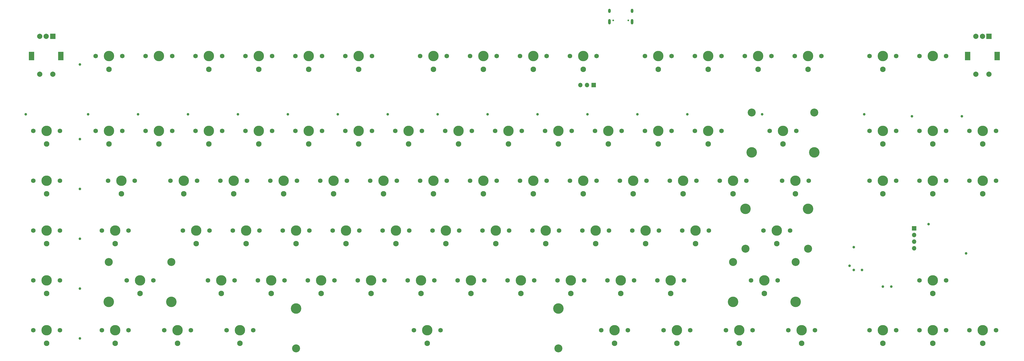
<source format=gts>
%TF.GenerationSoftware,KiCad,Pcbnew,(6.0.0)*%
%TF.CreationDate,2022-03-06T17:03:46-05:00*%
%TF.ProjectId,keyboard0,6b657962-6f61-4726-9430-2e6b69636164,rev?*%
%TF.SameCoordinates,Original*%
%TF.FileFunction,Soldermask,Top*%
%TF.FilePolarity,Negative*%
%FSLAX46Y46*%
G04 Gerber Fmt 4.6, Leading zero omitted, Abs format (unit mm)*
G04 Created by KiCad (PCBNEW (6.0.0)) date 2022-03-06 17:03:46*
%MOMM*%
%LPD*%
G01*
G04 APERTURE LIST*
%ADD10C,3.987800*%
%ADD11C,4.000000*%
%ADD12C,3.050000*%
%ADD13C,1.750000*%
%ADD14C,2.100000*%
%ADD15O,1.000000X1.600000*%
%ADD16C,0.650000*%
%ADD17O,1.000000X2.100000*%
%ADD18C,2.000000*%
%ADD19R,2.000000X3.200000*%
%ADD20R,2.000000X2.000000*%
%ADD21C,1.000000*%
%ADD22R,1.700000X1.700000*%
%ADD23O,1.700000X1.700000*%
G04 APERTURE END LIST*
D10*
%TO.C,MX83*%
X175407700Y-202393500D03*
D11*
X125407700Y-194153500D03*
D12*
X225407700Y-209393500D03*
D13*
X180487700Y-202393500D03*
D11*
X225407700Y-194153500D03*
D12*
X125407700Y-209393500D03*
D13*
X170327700Y-202393500D03*
%TD*%
D12*
%TO.C,MX64*%
X296811300Y-171295900D03*
D11*
X296811300Y-156055900D03*
D13*
X313829300Y-164295900D03*
D11*
X320687300Y-156055900D03*
D12*
X320687300Y-171295900D03*
D13*
X303669300Y-164295900D03*
D10*
X308749300Y-164295900D03*
%TD*%
%TO.C,MX52*%
X56352700Y-164295900D03*
D13*
X61432700Y-164295900D03*
X51272700Y-164295900D03*
%TD*%
D14*
%TO.C,LED85*%
X246840700Y-207468500D03*
%TD*%
D15*
%TO.C,USB1*%
X253541800Y-80304250D03*
D16*
X252111800Y-83954250D03*
D15*
X244901800Y-80304250D03*
D16*
X246331800Y-83954250D03*
D17*
X244901800Y-84484250D03*
X253541800Y-84484250D03*
%TD*%
D13*
%TO.C,MX63*%
X282875000Y-164295900D03*
D10*
X277795000Y-164295900D03*
D13*
X272715000Y-164295900D03*
%TD*%
%TO.C,MX14-1*%
X373356800Y-97625100D03*
D10*
X368276800Y-97625100D03*
D13*
X363196800Y-97625100D03*
%TD*%
%TO.C,MX1-1*%
X78100400Y-97625100D03*
D10*
X73020400Y-97625100D03*
D13*
X67940400Y-97625100D03*
%TD*%
%TO.C,MX51*%
X35240600Y-164295900D03*
D10*
X30160600Y-164295900D03*
D13*
X25080600Y-164295900D03*
%TD*%
D10*
%TO.C,MX77*%
X303977562Y-183343844D03*
D11*
X292049100Y-191584700D03*
X315925100Y-191584700D03*
D12*
X315925100Y-176344700D03*
D13*
X298897562Y-183343844D03*
X309057562Y-183343844D03*
D12*
X292049100Y-176344700D03*
%TD*%
D13*
%TO.C,MX2*%
X97149200Y-97625100D03*
D10*
X92069200Y-97625100D03*
D13*
X86989200Y-97625100D03*
%TD*%
%TO.C,MX15*%
X35240600Y-126198300D03*
D10*
X30160600Y-126198300D03*
D13*
X25080600Y-126198300D03*
%TD*%
%TO.C,MX33*%
X35240600Y-145247100D03*
D10*
X30160600Y-145247100D03*
D13*
X25080600Y-145247100D03*
%TD*%
%TO.C,MX65*%
X35240600Y-183344700D03*
D10*
X30160600Y-183344700D03*
D13*
X25080600Y-183344700D03*
%TD*%
%TO.C,MX1*%
X59051600Y-97625100D03*
D10*
X53971600Y-97625100D03*
D13*
X48891600Y-97625100D03*
%TD*%
%TO.C,MX16*%
X59051600Y-126198300D03*
D10*
X53971600Y-126198300D03*
D13*
X48891600Y-126198300D03*
%TD*%
D10*
%TO.C,MX34*%
X58733800Y-145247100D03*
D13*
X63813800Y-145247100D03*
X53653800Y-145247100D03*
%TD*%
%TO.C,MX79*%
X35240600Y-202393500D03*
D10*
X30160600Y-202393500D03*
D13*
X25080600Y-202393500D03*
%TD*%
%TO.C,MX18*%
X97149200Y-126198300D03*
D10*
X92069200Y-126198300D03*
D13*
X86989200Y-126198300D03*
%TD*%
%TO.C,MX36*%
X106673600Y-145247100D03*
D10*
X101593600Y-145247100D03*
D13*
X96513600Y-145247100D03*
%TD*%
%TO.C,MX54*%
X111435800Y-164295900D03*
D10*
X106355800Y-164295900D03*
D13*
X101275800Y-164295900D03*
%TD*%
%TO.C,MX67*%
X101911400Y-183344700D03*
D10*
X96831400Y-183344700D03*
D13*
X91751400Y-183344700D03*
%TD*%
D10*
%TO.C,MX82*%
X103974700Y-202393500D03*
D13*
X109054700Y-202393500D03*
X98894700Y-202393500D03*
%TD*%
%TO.C,MX17*%
X78100400Y-126198300D03*
D10*
X73020400Y-126198300D03*
D13*
X67940400Y-126198300D03*
%TD*%
%TO.C,MX35*%
X87624800Y-145247100D03*
D10*
X82544800Y-145247100D03*
D13*
X77464800Y-145247100D03*
%TD*%
%TO.C,MX53*%
X92328700Y-164295900D03*
D10*
X87248700Y-164295900D03*
D13*
X82168700Y-164295900D03*
%TD*%
%TO.C,MX66*%
X70957100Y-183344700D03*
D11*
X77815100Y-191584700D03*
X53939100Y-191584700D03*
D12*
X53939100Y-176344700D03*
D13*
X60797100Y-183344700D03*
D10*
X65877100Y-183344700D03*
D12*
X77815100Y-176344700D03*
%TD*%
D10*
%TO.C,MX81*%
X80163700Y-202393500D03*
D13*
X85243700Y-202393500D03*
X75083700Y-202393500D03*
%TD*%
%TO.C,MX3*%
X116198000Y-97625100D03*
D10*
X111118000Y-97625100D03*
D13*
X106038000Y-97625100D03*
%TD*%
%TO.C,MX37*%
X125722400Y-145247100D03*
D10*
X120642400Y-145247100D03*
D13*
X115562400Y-145247100D03*
%TD*%
%TO.C,MX55*%
X130484600Y-164295900D03*
D10*
X125404600Y-164295900D03*
D13*
X120324600Y-164295900D03*
%TD*%
%TO.C,MX68*%
X120960200Y-183344700D03*
D10*
X115880200Y-183344700D03*
D13*
X110800200Y-183344700D03*
%TD*%
%TO.C,MX70*%
X159057800Y-183344700D03*
D10*
X153977800Y-183344700D03*
D13*
X148897800Y-183344700D03*
%TD*%
%TO.C,MX4*%
X135246800Y-97625100D03*
D10*
X130166800Y-97625100D03*
D13*
X125086800Y-97625100D03*
%TD*%
%TO.C,MX20*%
X135246800Y-126198300D03*
D10*
X130166800Y-126198300D03*
D13*
X125086800Y-126198300D03*
%TD*%
%TO.C,MX38*%
X144771200Y-145247100D03*
D10*
X139691200Y-145247100D03*
D13*
X134611200Y-145247100D03*
%TD*%
%TO.C,MX56*%
X149533400Y-164295900D03*
D10*
X144453400Y-164295900D03*
D13*
X139373400Y-164295900D03*
%TD*%
%TO.C,MX69*%
X140009000Y-183344700D03*
D10*
X134929000Y-183344700D03*
D13*
X129849000Y-183344700D03*
%TD*%
%TO.C,MX5*%
X154295600Y-97625100D03*
D10*
X149215600Y-97625100D03*
D13*
X144135600Y-97625100D03*
%TD*%
%TO.C,MX39*%
X163820000Y-145247100D03*
D10*
X158740000Y-145247100D03*
D13*
X153660000Y-145247100D03*
%TD*%
%TO.C,MX57*%
X168582200Y-164295900D03*
D10*
X163502200Y-164295900D03*
D13*
X158422200Y-164295900D03*
%TD*%
%TO.C,MX71*%
X178106600Y-183344700D03*
D10*
X173026600Y-183344700D03*
D13*
X167946600Y-183344700D03*
%TD*%
%TO.C,MX22*%
X173344400Y-126198300D03*
D10*
X168264400Y-126198300D03*
D13*
X163184400Y-126198300D03*
%TD*%
%TO.C,MX40*%
X182868800Y-145247100D03*
D10*
X177788800Y-145247100D03*
D13*
X172708800Y-145247100D03*
%TD*%
%TO.C,MX58*%
X187631000Y-164295900D03*
D10*
X182551000Y-164295900D03*
D13*
X177471000Y-164295900D03*
%TD*%
%TO.C,MX72*%
X197155400Y-183344700D03*
D10*
X192075400Y-183344700D03*
D13*
X186995400Y-183344700D03*
%TD*%
%TO.C,MX7*%
X201917600Y-97625100D03*
D10*
X196837600Y-97625100D03*
D13*
X191757600Y-97625100D03*
%TD*%
%TO.C,MX23*%
X192393200Y-126198300D03*
D10*
X187313200Y-126198300D03*
D13*
X182233200Y-126198300D03*
%TD*%
%TO.C,MX41*%
X201917600Y-145247100D03*
D10*
X196837600Y-145247100D03*
D13*
X191757600Y-145247100D03*
%TD*%
%TO.C,MX59*%
X206679800Y-164295900D03*
D10*
X201599800Y-164295900D03*
D13*
X196519800Y-164295900D03*
%TD*%
%TO.C,MX73*%
X216204200Y-183344700D03*
D10*
X211124200Y-183344700D03*
D13*
X206044200Y-183344700D03*
%TD*%
%TO.C,MX8*%
X220966400Y-97625100D03*
D10*
X215886400Y-97625100D03*
D13*
X210806400Y-97625100D03*
%TD*%
%TO.C,MX24*%
X211442000Y-126198300D03*
D10*
X206362000Y-126198300D03*
D13*
X201282000Y-126198300D03*
%TD*%
%TO.C,MX42*%
X220966400Y-145247100D03*
D10*
X215886400Y-145247100D03*
D13*
X210806400Y-145247100D03*
%TD*%
%TO.C,MX60*%
X225728600Y-164295900D03*
D10*
X220648600Y-164295900D03*
D13*
X215568600Y-164295900D03*
%TD*%
%TO.C,MX74*%
X235253000Y-183344700D03*
D10*
X230173000Y-183344700D03*
D13*
X225093000Y-183344700D03*
%TD*%
%TO.C,MX9*%
X240015200Y-97625100D03*
D10*
X234935200Y-97625100D03*
D13*
X229855200Y-97625100D03*
%TD*%
%TO.C,MX25*%
X230490800Y-126198300D03*
D10*
X225410800Y-126198300D03*
D13*
X220330800Y-126198300D03*
%TD*%
%TO.C,MX43*%
X240015200Y-145247100D03*
D10*
X234935200Y-145247100D03*
D13*
X229855200Y-145247100D03*
%TD*%
%TO.C,MX61*%
X244777400Y-164295900D03*
D10*
X239697400Y-164295900D03*
D13*
X234617400Y-164295900D03*
%TD*%
%TO.C,MX75*%
X254301800Y-183344700D03*
D10*
X249221800Y-183344700D03*
D13*
X244141800Y-183344700D03*
%TD*%
%TO.C,MX84*%
X241760700Y-202393500D03*
X251920700Y-202393500D03*
D10*
X246840700Y-202393500D03*
%TD*%
D13*
%TO.C,MX10*%
X268588400Y-97625100D03*
D10*
X263508400Y-97625100D03*
D13*
X258428400Y-97625100D03*
%TD*%
%TO.C,MX26*%
X249539600Y-126198300D03*
D10*
X244459600Y-126198300D03*
D13*
X239379600Y-126198300D03*
%TD*%
%TO.C,MX44*%
X259064000Y-145247100D03*
D10*
X253984000Y-145247100D03*
D13*
X248904000Y-145247100D03*
%TD*%
%TO.C,MX62*%
X263826200Y-164295900D03*
D10*
X258746200Y-164295900D03*
D13*
X253666200Y-164295900D03*
%TD*%
%TO.C,MX76*%
X273350600Y-183344700D03*
D10*
X268270600Y-183344700D03*
D13*
X263190600Y-183344700D03*
%TD*%
%TO.C,MX11*%
X287637200Y-97625100D03*
D10*
X282557200Y-97625100D03*
D13*
X277477200Y-97625100D03*
%TD*%
%TO.C,MX27*%
X268588400Y-126198300D03*
D10*
X263508400Y-126198300D03*
D13*
X258428400Y-126198300D03*
%TD*%
%TO.C,MX45*%
X278112800Y-145247100D03*
D10*
X273032800Y-145247100D03*
D13*
X267952800Y-145247100D03*
%TD*%
D10*
%TO.C,MX85*%
X270651700Y-202393500D03*
D13*
X275731700Y-202393500D03*
X265571700Y-202393500D03*
%TD*%
D10*
%TO.C,MX86*%
X294462700Y-202393500D03*
D13*
X299542700Y-202393500D03*
X289382700Y-202393500D03*
%TD*%
%TO.C,MX12*%
X306686000Y-97625100D03*
D10*
X301606000Y-97625100D03*
D13*
X296526000Y-97625100D03*
%TD*%
%TO.C,MX28*%
X287637200Y-126198300D03*
D10*
X282557200Y-126198300D03*
D13*
X277477200Y-126198300D03*
%TD*%
%TO.C,MX46*%
X297161600Y-145247100D03*
D10*
X292081600Y-145247100D03*
D13*
X287001600Y-145247100D03*
%TD*%
D10*
%TO.C,MX87*%
X318273700Y-202393500D03*
D13*
X323353700Y-202393500D03*
X313193700Y-202393500D03*
%TD*%
%TO.C,MX13*%
X325734800Y-97625100D03*
D10*
X320654800Y-97625100D03*
D13*
X315574800Y-97625100D03*
%TD*%
D12*
%TO.C,MX29*%
X299192400Y-119198300D03*
X323068400Y-119198300D03*
D13*
X306050400Y-126198300D03*
D10*
X311130400Y-126198300D03*
D11*
X323068400Y-134438300D03*
X299192400Y-134438300D03*
D13*
X316210400Y-126198300D03*
%TD*%
D10*
%TO.C,MX47*%
X315892600Y-145247100D03*
D13*
X320972600Y-145247100D03*
X310812600Y-145247100D03*
%TD*%
%TO.C,MX88*%
X354308000Y-202393500D03*
D10*
X349228000Y-202393500D03*
D13*
X344148000Y-202393500D03*
%TD*%
%TO.C,MX30*%
X354308000Y-126198300D03*
D10*
X349228000Y-126198300D03*
D13*
X344148000Y-126198300D03*
%TD*%
%TO.C,MX48*%
X354308000Y-145247100D03*
D10*
X349228000Y-145247100D03*
D13*
X344148000Y-145247100D03*
%TD*%
%TO.C,MX31*%
X373356800Y-126198300D03*
D10*
X368276800Y-126198300D03*
D13*
X363196800Y-126198300D03*
%TD*%
%TO.C,MX49*%
X373356800Y-145247100D03*
D10*
X368276800Y-145247100D03*
D13*
X363196800Y-145247100D03*
%TD*%
%TO.C,MX78*%
X373356800Y-183344700D03*
D10*
X368276800Y-183344700D03*
D13*
X363196800Y-183344700D03*
%TD*%
%TO.C,MX89*%
X373356800Y-202393500D03*
D10*
X368276800Y-202393500D03*
D13*
X363196800Y-202393500D03*
%TD*%
%TO.C,MX50*%
X392405600Y-145247100D03*
D10*
X387325600Y-145247100D03*
D13*
X382245600Y-145247100D03*
%TD*%
%TO.C,MX90*%
X392405600Y-202393500D03*
D10*
X387325600Y-202393500D03*
D13*
X382245600Y-202393500D03*
%TD*%
D18*
%TO.C,ROT2*%
X384706700Y-104584950D03*
X389706700Y-104584950D03*
D19*
X381606700Y-97584950D03*
X392806700Y-97584950D03*
D18*
X384706700Y-90084950D03*
X387206700Y-90084950D03*
D20*
X389706700Y-90084950D03*
%TD*%
D13*
%TO.C,MX6*%
X182868800Y-97625100D03*
D10*
X177788800Y-97625100D03*
D13*
X172708800Y-97625100D03*
%TD*%
%TO.C,MX21*%
X154295600Y-126198300D03*
D10*
X149215600Y-126198300D03*
D13*
X144135600Y-126198300D03*
%TD*%
%TO.C,MX32*%
X392405600Y-126198300D03*
D10*
X387325600Y-126198300D03*
D13*
X382245600Y-126198300D03*
%TD*%
%TO.C,MX19*%
X116198000Y-126198300D03*
D10*
X111118000Y-126198300D03*
D13*
X106038000Y-126198300D03*
%TD*%
D18*
%TO.C,ROT1*%
X27541700Y-104584950D03*
X32541700Y-104584950D03*
D19*
X24441700Y-97584950D03*
X35641700Y-97584950D03*
D18*
X27541700Y-90084950D03*
X30041700Y-90084950D03*
D20*
X32541700Y-90084950D03*
%TD*%
D13*
%TO.C,MX14*%
X354308000Y-97625100D03*
D10*
X349228000Y-97625100D03*
D13*
X344148000Y-97625100D03*
%TD*%
D10*
%TO.C,MX80*%
X56352700Y-202393500D03*
D13*
X61432700Y-202393500D03*
X51272700Y-202393500D03*
%TD*%
D21*
%TO.C,COL12*%
X255571400Y-119848700D03*
%TD*%
%TO.C,COL13*%
X274620200Y-119848700D03*
%TD*%
%TO.C,COL3*%
X84132200Y-119848700D03*
%TD*%
%TO.C,COL0*%
X22223600Y-119848700D03*
%TD*%
%TO.C,ROW5*%
X42859800Y-205568300D03*
%TD*%
%TO.C,ROW4*%
X42859800Y-186519500D03*
%TD*%
%TO.C,ROW3*%
X42859800Y-167470700D03*
%TD*%
%TO.C,ROW2*%
X42859800Y-148421900D03*
%TD*%
%TO.C,ROW1*%
X42859800Y-129373100D03*
%TD*%
%TO.C,ROW0*%
X42859800Y-100799900D03*
%TD*%
%TO.C,COL16*%
X360339800Y-120642400D03*
%TD*%
%TO.C,COL17*%
X379388600Y-120642400D03*
%TD*%
%TO.C,COL4*%
X103181000Y-119848700D03*
%TD*%
%TO.C,COL5*%
X122229800Y-119848700D03*
%TD*%
%TO.C,COL6*%
X141278600Y-119848700D03*
%TD*%
%TO.C,COL7*%
X160327400Y-119848700D03*
%TD*%
%TO.C,COL8*%
X179376200Y-119848700D03*
%TD*%
%TO.C,COL9*%
X198425000Y-119848700D03*
%TD*%
%TO.C,COL10*%
X217473800Y-119848700D03*
%TD*%
%TO.C,COL11*%
X236522600Y-119848700D03*
%TD*%
%TO.C,COL14*%
X303193400Y-119848700D03*
%TD*%
%TO.C,COL2*%
X65083400Y-119848700D03*
%TD*%
%TO.C,COL1*%
X46034600Y-119848700D03*
%TD*%
%TO.C,BOOT0*%
X380976000Y-173026600D03*
%TD*%
%TO.C,BOOT1*%
X338116200Y-170645500D03*
%TD*%
%TO.C,ENCB1*%
X341291000Y-179376200D03*
%TD*%
D22*
%TO.C,J1*%
X361133500Y-163502200D03*
D23*
X361133500Y-166042200D03*
X361133500Y-168582200D03*
X361133500Y-171122200D03*
%TD*%
D21*
%TO.C,X1*%
X352402800Y-185725800D03*
%TD*%
%TO.C,X2*%
X349228000Y-185725800D03*
%TD*%
%TO.C,ENCB2*%
X336528800Y-177788800D03*
%TD*%
%TO.C,ENCA1*%
X338116200Y-179376200D03*
%TD*%
D14*
%TO.C,LED1*%
X30160600Y-131273300D03*
%TD*%
%TO.C,LED32*%
X73020400Y-131273300D03*
%TD*%
%TO.C,LED18*%
X368276800Y-131273300D03*
%TD*%
%TO.C,LED31*%
X92069200Y-131273300D03*
%TD*%
%TO.C,LED30*%
X111118000Y-131273300D03*
%TD*%
%TO.C,LED29*%
X130166800Y-131273300D03*
%TD*%
%TO.C,LED24*%
X225410800Y-131273300D03*
%TD*%
%TO.C,LED28*%
X149215600Y-131273300D03*
%TD*%
%TO.C,LED27*%
X168264400Y-131273300D03*
%TD*%
%TO.C,LED26*%
X187313200Y-131273300D03*
%TD*%
%TO.C,LED25*%
X206362000Y-131273300D03*
%TD*%
%TO.C,LED23*%
X244459600Y-131273300D03*
%TD*%
%TO.C,LED22*%
X263508400Y-131273300D03*
%TD*%
%TO.C,LED20*%
X311130400Y-131273300D03*
%TD*%
%TO.C,LED21*%
X282557200Y-131273300D03*
%TD*%
%TO.C,LED19*%
X349228000Y-131273300D03*
%TD*%
%TO.C,LED17*%
X387325600Y-131273300D03*
%TD*%
%TO.C,LED49*%
X30160600Y-150322100D03*
%TD*%
%TO.C,LED50*%
X58733800Y-150322100D03*
%TD*%
%TO.C,LED51*%
X30160600Y-169370900D03*
%TD*%
%TO.C,LED52*%
X56352700Y-169370900D03*
%TD*%
%TO.C,LED53*%
X87307000Y-169370900D03*
%TD*%
%TO.C,LED54*%
X106355800Y-169370900D03*
%TD*%
%TO.C,LED55*%
X125404600Y-169370900D03*
%TD*%
%TO.C,LED56*%
X144453400Y-169370900D03*
%TD*%
%TO.C,LED57*%
X163502200Y-169370900D03*
%TD*%
%TO.C,LED58*%
X182551000Y-169370900D03*
%TD*%
%TO.C,LED59*%
X201599800Y-169370900D03*
%TD*%
%TO.C,LED60*%
X220648600Y-169370900D03*
%TD*%
%TO.C,LED61*%
X239697400Y-169370900D03*
%TD*%
%TO.C,LED62*%
X258746200Y-169370900D03*
%TD*%
%TO.C,LED63*%
X277795000Y-169370900D03*
%TD*%
%TO.C,LED64*%
X308749300Y-169370900D03*
%TD*%
%TO.C,LED2*%
X53971600Y-131273300D03*
%TD*%
%TO.C,LED3*%
X53971600Y-102700100D03*
%TD*%
%TO.C,LED4*%
X92069200Y-102700100D03*
%TD*%
%TO.C,LED5*%
X111118000Y-102700100D03*
%TD*%
%TO.C,LED6*%
X130166800Y-102700100D03*
%TD*%
%TO.C,LED7*%
X149215600Y-102700100D03*
%TD*%
%TO.C,LED8*%
X177788800Y-102700100D03*
%TD*%
%TO.C,LED9*%
X196837600Y-102700100D03*
%TD*%
%TO.C,LED10*%
X215886400Y-102700100D03*
%TD*%
%TO.C,LED11*%
X234935200Y-102700100D03*
%TD*%
%TO.C,LED12*%
X263508400Y-102700100D03*
%TD*%
%TO.C,LED13*%
X282557200Y-102700100D03*
%TD*%
%TO.C,LED14*%
X301606000Y-102700100D03*
%TD*%
%TO.C,LED15*%
X320654800Y-102700100D03*
%TD*%
%TO.C,LED16*%
X349228000Y-102700100D03*
%TD*%
%TO.C,LED65*%
X30160600Y-207468500D03*
%TD*%
%TO.C,LED66*%
X56352700Y-207468500D03*
%TD*%
%TO.C,LED67*%
X80163700Y-207468500D03*
%TD*%
%TO.C,LED68*%
X30160600Y-188419700D03*
%TD*%
%TO.C,LED69*%
X65877100Y-188419700D03*
%TD*%
%TO.C,LED70*%
X96831400Y-188419700D03*
%TD*%
%TO.C,LED71*%
X115880200Y-188419700D03*
%TD*%
%TO.C,LED72*%
X134929000Y-188419700D03*
%TD*%
%TO.C,LED73*%
X153977800Y-188419700D03*
%TD*%
%TO.C,LED74*%
X173026600Y-188419700D03*
%TD*%
%TO.C,LED75*%
X192075400Y-188419700D03*
%TD*%
%TO.C,LED76*%
X211124200Y-188419700D03*
%TD*%
%TO.C,LED77*%
X230173000Y-188419700D03*
%TD*%
%TO.C,LED78*%
X249221800Y-188419700D03*
%TD*%
%TO.C,LED79*%
X268270600Y-188419700D03*
%TD*%
%TO.C,LED80*%
X303987100Y-188419700D03*
%TD*%
%TO.C,LED81*%
X387325600Y-207468500D03*
%TD*%
%TO.C,LED82*%
X368276800Y-188419700D03*
%TD*%
%TO.C,LED83*%
X368276800Y-207468500D03*
%TD*%
%TO.C,LED84*%
X349228000Y-207468500D03*
%TD*%
%TO.C,LED86*%
X270651700Y-207468500D03*
%TD*%
%TO.C,LED87*%
X294462700Y-207468500D03*
%TD*%
%TO.C,LED88*%
X318273700Y-207468500D03*
%TD*%
%TO.C,LED89*%
X175407700Y-207468500D03*
%TD*%
%TO.C,LED90*%
X103974700Y-207468500D03*
%TD*%
%TO.C,LED36*%
X139691200Y-150322100D03*
%TD*%
%TO.C,LED37*%
X158740000Y-150322100D03*
%TD*%
%TO.C,LED39*%
X196837600Y-150322100D03*
%TD*%
%TO.C,LED38*%
X177788800Y-150322100D03*
%TD*%
%TO.C,LED47*%
X368276800Y-150322100D03*
%TD*%
%TO.C,LED40*%
X215886400Y-150322100D03*
%TD*%
%TO.C,LED45*%
X315892600Y-150322100D03*
%TD*%
%TO.C,LED44*%
X292081600Y-150322100D03*
%TD*%
%TO.C,LED41*%
X234935200Y-150322100D03*
%TD*%
%TO.C,LED43*%
X273032800Y-150322100D03*
%TD*%
%TO.C,LED48*%
X387325600Y-150322100D03*
%TD*%
%TO.C,LED33*%
X82544800Y-150322100D03*
%TD*%
%TO.C,LED34*%
X101593600Y-150322100D03*
%TD*%
%TO.C,LED35*%
X120642400Y-150322100D03*
%TD*%
%TO.C,LED46*%
X349228000Y-150322100D03*
%TD*%
%TO.C,LED42*%
X253984000Y-150322100D03*
%TD*%
D21*
%TO.C,RST1*%
X366689400Y-161914800D03*
%TD*%
%TO.C,COL15*%
X342084700Y-119848700D03*
%TD*%
D22*
%TO.C,J3*%
X238903700Y-108736900D03*
D23*
X236363700Y-108736900D03*
X233823700Y-108736900D03*
%TD*%
M02*

</source>
